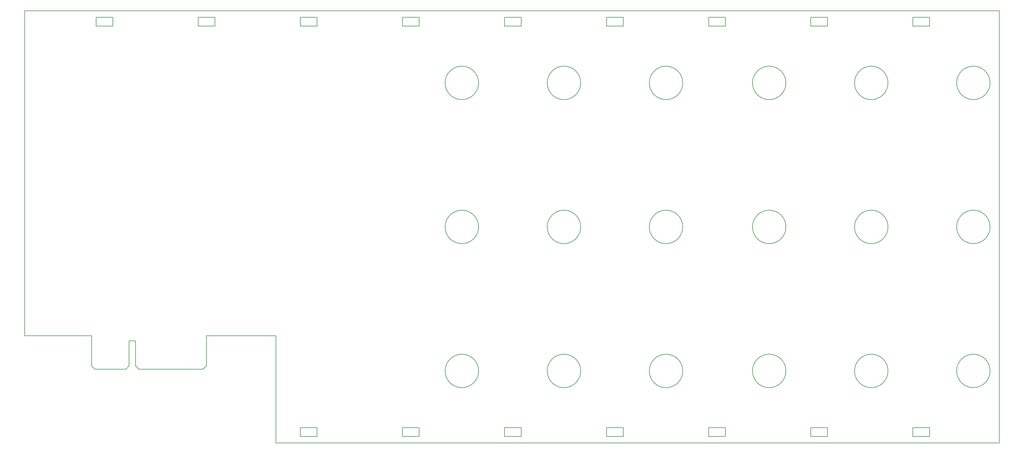
<source format=gbr>
G04 #@! TF.GenerationSoftware,KiCad,Pcbnew,6.0.7-f9a2dced07~116~ubuntu22.04.1*
G04 #@! TF.CreationDate,2023-04-06T14:06:24+01:00*
G04 #@! TF.ProjectId,hiltop_backplane_brd,68696c74-6f70-45f6-9261-636b706c616e,A*
G04 #@! TF.SameCoordinates,Original*
G04 #@! TF.FileFunction,Glue,Top*
G04 #@! TF.FilePolarity,Positive*
%FSLAX46Y46*%
G04 Gerber Fmt 4.6, Leading zero omitted, Abs format (unit mm)*
G04 Created by KiCad (PCBNEW 6.0.7-f9a2dced07~116~ubuntu22.04.1) date 2023-04-06 14:06:24*
%MOMM*%
%LPD*%
G01*
G04 APERTURE LIST*
G04 #@! TA.AperFunction,Profile*
%ADD10C,0.150000*%
G04 #@! TD*
G04 APERTURE END LIST*
D10*
X179840000Y-50700000D02*
G75*
G03*
X179840000Y-50700000I-5000000J0D01*
G01*
X210320000Y-50700000D02*
G75*
G03*
X210320000Y-50700000I-5000000J0D01*
G01*
X240800000Y-50700000D02*
G75*
G03*
X240800000Y-50700000I-5000000J0D01*
G01*
X210320000Y-93700000D02*
G75*
G03*
X210320000Y-93700000I-5000000J0D01*
G01*
X240800000Y-93700000D02*
G75*
G03*
X240800000Y-93700000I-5000000J0D01*
G01*
X179840000Y-136700000D02*
G75*
G03*
X179840000Y-136700000I-5000000J0D01*
G01*
X210320000Y-136700000D02*
G75*
G03*
X210320000Y-136700000I-5000000J0D01*
G01*
X240800000Y-136700000D02*
G75*
G03*
X240800000Y-136700000I-5000000J0D01*
G01*
X179840000Y-93700000D02*
G75*
G03*
X179840000Y-93700000I-5000000J0D01*
G01*
X248500000Y-31150000D02*
X248500000Y-33750000D01*
X284000000Y-33750000D02*
X284000000Y-31150000D01*
X271600000Y-136700000D02*
G75*
G03*
X271600000Y-136700000I-5000000J0D01*
G01*
X65300000Y-136200000D02*
X74500000Y-136200000D01*
X75500000Y-135200000D02*
X75500000Y-127700000D01*
X248500000Y-33750000D02*
X253500000Y-33750000D01*
X131600000Y-156250000D02*
X131600000Y-153650000D01*
X157100000Y-31150000D02*
X157100000Y-33750000D01*
X131600000Y-153650000D02*
X126600000Y-153650000D01*
X192550000Y-153650000D02*
X187550000Y-153650000D01*
X65650000Y-33750000D02*
X70650000Y-33750000D01*
X162100000Y-31150000D02*
X157100000Y-31150000D01*
X101150000Y-33750000D02*
X101150000Y-31150000D01*
X126600000Y-156250000D02*
X131600000Y-156250000D01*
X162100000Y-156250000D02*
X162100000Y-153650000D01*
X279000000Y-31150000D02*
X279000000Y-33750000D01*
X126600000Y-31150000D02*
X126600000Y-33750000D01*
X96150000Y-31150000D02*
X96150000Y-33750000D01*
X98600000Y-126200000D02*
X119300000Y-126200000D01*
X131600000Y-31150000D02*
X126600000Y-31150000D01*
X223050000Y-153650000D02*
X218050000Y-153650000D01*
X192550000Y-33750000D02*
X192550000Y-31150000D01*
X309450000Y-153650000D02*
X309450000Y-156250000D01*
X284000000Y-153650000D02*
X279000000Y-153650000D01*
X70650000Y-31150000D02*
X65650000Y-31150000D01*
X162100000Y-33750000D02*
X162100000Y-31150000D01*
X302080000Y-136700000D02*
G75*
G03*
X302080000Y-136700000I-5000000J0D01*
G01*
X309450000Y-156250000D02*
X314450000Y-156250000D01*
X284000000Y-156250000D02*
X284000000Y-153650000D01*
X248500000Y-156250000D02*
X253500000Y-156250000D01*
X157100000Y-156250000D02*
X162100000Y-156250000D01*
X248500000Y-153650000D02*
X248500000Y-156250000D01*
X218050000Y-156250000D02*
X223050000Y-156250000D01*
X218050000Y-31150000D02*
X218050000Y-33750000D01*
X162100000Y-153650000D02*
X157100000Y-153650000D01*
X332560000Y-93700000D02*
G75*
G03*
X332560000Y-93700000I-5000000J0D01*
G01*
X75500000Y-135200000D02*
X74500000Y-136200000D01*
X126600000Y-153650000D02*
X126600000Y-156250000D01*
X314450000Y-153650000D02*
X309450000Y-153650000D01*
X97600000Y-136200000D02*
X98600000Y-135200000D01*
X157100000Y-33750000D02*
X162100000Y-33750000D01*
X332560000Y-50700000D02*
G75*
G03*
X332560000Y-50700000I-5000000J0D01*
G01*
X70650000Y-33750000D02*
X70650000Y-31150000D01*
X223050000Y-156250000D02*
X223050000Y-153650000D01*
X271600000Y-50700000D02*
G75*
G03*
X271600000Y-50700000I-5000000J0D01*
G01*
X65650000Y-31150000D02*
X65650000Y-33750000D01*
X192550000Y-31150000D02*
X187550000Y-31150000D01*
X302080000Y-93700000D02*
G75*
G03*
X302080000Y-93700000I-5000000J0D01*
G01*
X187550000Y-153650000D02*
X187550000Y-156250000D01*
X44300000Y-29200000D02*
X335300000Y-29200000D01*
X131600000Y-33750000D02*
X131600000Y-31150000D01*
X96150000Y-33750000D02*
X101150000Y-33750000D01*
X187550000Y-33750000D02*
X192550000Y-33750000D01*
X64300000Y-135200000D02*
X64300000Y-126200000D01*
X314500000Y-31150000D02*
X309500000Y-31150000D01*
X218050000Y-153650000D02*
X218050000Y-156250000D01*
X271600000Y-93700000D02*
G75*
G03*
X271600000Y-93700000I-5000000J0D01*
G01*
X253500000Y-33750000D02*
X253500000Y-31150000D01*
X279000000Y-156250000D02*
X284000000Y-156250000D01*
X332560000Y-136700000D02*
G75*
G03*
X332560000Y-136700000I-5000000J0D01*
G01*
X77400000Y-135200000D02*
X78400000Y-136200000D01*
X119300000Y-136200000D02*
X119300000Y-158200000D01*
X309500000Y-31150000D02*
X309500000Y-33750000D01*
X44300000Y-126200000D02*
X44300000Y-29200000D01*
X218050000Y-33750000D02*
X223050000Y-33750000D01*
X314450000Y-156250000D02*
X314450000Y-153650000D01*
X284000000Y-31150000D02*
X279000000Y-31150000D01*
X119300000Y-126200000D02*
X119300000Y-136200000D01*
X78400000Y-136200000D02*
X97600000Y-136200000D01*
X279000000Y-153650000D02*
X279000000Y-156250000D01*
X279000000Y-33750000D02*
X284000000Y-33750000D01*
X253500000Y-153650000D02*
X248500000Y-153650000D01*
X64300000Y-135200000D02*
X65300000Y-136200000D01*
X187550000Y-156250000D02*
X192550000Y-156250000D01*
X75500000Y-127700000D02*
X77400000Y-127700000D01*
X101150000Y-31150000D02*
X96150000Y-31150000D01*
X192550000Y-156250000D02*
X192550000Y-153650000D01*
X253500000Y-31150000D02*
X248500000Y-31150000D01*
X126600000Y-33750000D02*
X131600000Y-33750000D01*
X98600000Y-135200000D02*
X98600000Y-127700000D01*
X335300000Y-29200000D02*
X335300000Y-158200000D01*
X187550000Y-31150000D02*
X187550000Y-33750000D01*
X302080000Y-50700000D02*
G75*
G03*
X302080000Y-50700000I-5000000J0D01*
G01*
X157100000Y-153650000D02*
X157100000Y-156250000D01*
X223050000Y-31150000D02*
X218050000Y-31150000D01*
X98600000Y-127700000D02*
X98600000Y-126200000D01*
X335300000Y-158200000D02*
X119300000Y-158200000D01*
X309500000Y-33750000D02*
X314500000Y-33750000D01*
X253500000Y-156250000D02*
X253500000Y-153650000D01*
X77400000Y-127700000D02*
X77400000Y-135200000D01*
X314500000Y-33750000D02*
X314500000Y-31150000D01*
X64300000Y-126200000D02*
X44300000Y-126200000D01*
X223050000Y-33750000D02*
X223050000Y-31150000D01*
M02*

</source>
